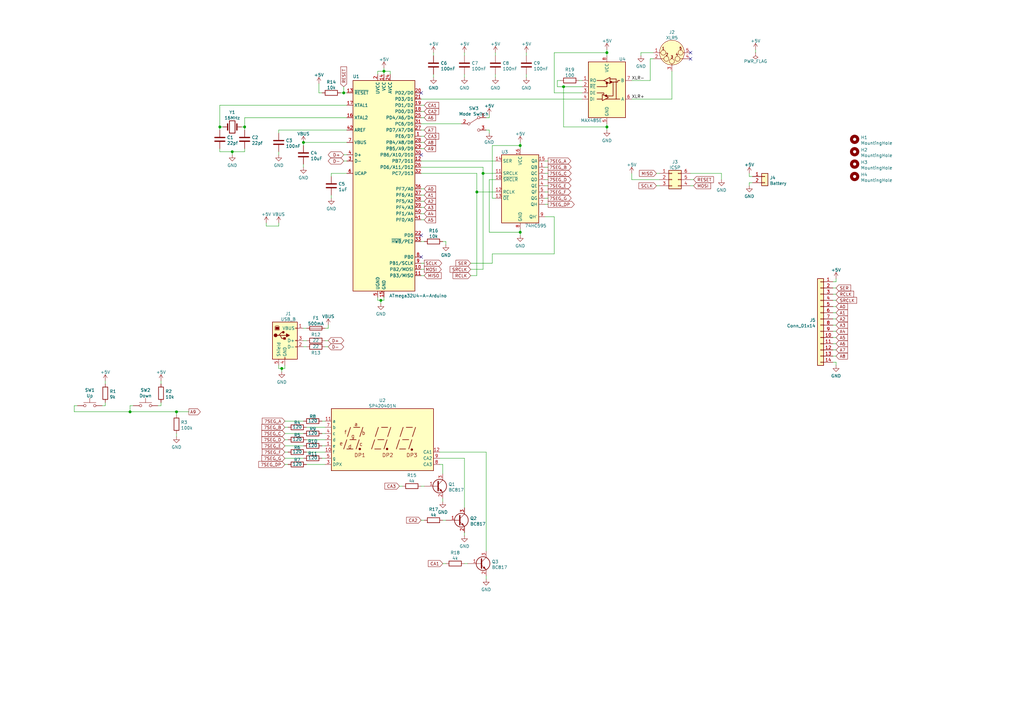
<source format=kicad_sch>
(kicad_sch (version 20210406) (generator eeschema)
  (paper "A3")
  (title_block (title "8 Channel DMX Controller Board 2") (rev "B") (comment 1 "Open source at GitHub: https://github.com/Gabriel-06/dmx-controller/") (comment 2 "Copyright 2021 Gabriel Csizmadia"))
  (junction (at 53.34 168.91) (diameter 1.016))
  (junction (at 72.39 168.91) (diameter 1.016))
  (junction (at 90.17 52.07) (diameter 1.016))
  (junction (at 95.25 62.23) (diameter 1.016))
  (junction (at 100.33 52.07) (diameter 1.016))
  (junction (at 115.57 151.13) (diameter 1.016))
  (junction (at 124.46 58.42) (diameter 1.016))
  (junction (at 140.97 38.1) (diameter 1.016))
  (junction (at 156.21 123.19) (diameter 1.016))
  (junction (at 157.48 29.21) (diameter 1.016))
  (junction (at 195.58 78.74) (diameter 1.016))
  (junction (at 198.12 71.12) (diameter 1.016))
  (junction (at 213.36 59.69) (diameter 1.016))
  (junction (at 213.36 95.25) (diameter 1.016))
  (junction (at 231.14 35.56) (diameter 1.016))
  (junction (at 248.92 21.59) (diameter 1.016))
  (junction (at 248.92 52.07) (diameter 1.016))
  (no_connect (at 172.72 38.1))
  (no_connect (at 172.72 63.5))
  (no_connect (at 172.72 96.52))
  (no_connect (at 172.72 105.41))
  (no_connect (at 283.21 21.59))
  (no_connect (at 283.21 24.13))
  (wire (pts (xy 30.48 166.37) (xy 30.48 168.91)))
  (wire (pts (xy 30.48 166.37) (xy 31.75 166.37)))
  (wire (pts (xy 30.48 168.91) (xy 53.34 168.91)))
  (wire (pts (xy 43.18 156.21) (xy 43.18 157.48)))
  (wire (pts (xy 43.18 165.1) (xy 43.18 166.37)))
  (wire (pts (xy 43.18 166.37) (xy 41.91 166.37)))
  (wire (pts (xy 53.34 166.37) (xy 53.34 168.91)))
  (wire (pts (xy 53.34 166.37) (xy 54.61 166.37)))
  (wire (pts (xy 53.34 168.91) (xy 72.39 168.91)))
  (wire (pts (xy 64.77 166.37) (xy 66.04 166.37)))
  (wire (pts (xy 66.04 156.21) (xy 66.04 157.48)))
  (wire (pts (xy 66.04 166.37) (xy 66.04 165.1)))
  (wire (pts (xy 72.39 168.91) (xy 72.39 170.18)))
  (wire (pts (xy 72.39 168.91) (xy 77.47 168.91)))
  (wire (pts (xy 72.39 177.8) (xy 72.39 179.07)))
  (wire (pts (xy 90.17 43.18) (xy 90.17 52.07)))
  (wire (pts (xy 90.17 43.18) (xy 142.24 43.18)))
  (wire (pts (xy 90.17 52.07) (xy 90.17 53.34)))
  (wire (pts (xy 90.17 60.96) (xy 90.17 62.23)))
  (wire (pts (xy 91.44 52.07) (xy 90.17 52.07)))
  (wire (pts (xy 95.25 62.23) (xy 90.17 62.23)))
  (wire (pts (xy 95.25 62.23) (xy 95.25 63.5)))
  (wire (pts (xy 99.06 52.07) (xy 100.33 52.07)))
  (wire (pts (xy 100.33 48.26) (xy 100.33 52.07)))
  (wire (pts (xy 100.33 48.26) (xy 142.24 48.26)))
  (wire (pts (xy 100.33 53.34) (xy 100.33 52.07)))
  (wire (pts (xy 100.33 60.96) (xy 100.33 62.23)))
  (wire (pts (xy 100.33 62.23) (xy 95.25 62.23)))
  (wire (pts (xy 109.22 91.44) (xy 109.22 92.71)))
  (wire (pts (xy 109.22 92.71) (xy 114.3 92.71)))
  (wire (pts (xy 114.3 53.34) (xy 142.24 53.34)))
  (wire (pts (xy 114.3 54.61) (xy 114.3 53.34)))
  (wire (pts (xy 114.3 62.23) (xy 114.3 63.5)))
  (wire (pts (xy 114.3 92.71) (xy 114.3 91.44)))
  (wire (pts (xy 114.3 149.86) (xy 114.3 151.13)))
  (wire (pts (xy 115.57 151.13) (xy 114.3 151.13)))
  (wire (pts (xy 115.57 151.13) (xy 115.57 152.4)))
  (wire (pts (xy 116.84 149.86) (xy 116.84 151.13)))
  (wire (pts (xy 116.84 151.13) (xy 115.57 151.13)))
  (wire (pts (xy 116.84 172.72) (xy 124.46 172.72)))
  (wire (pts (xy 116.84 175.26) (xy 118.11 175.26)))
  (wire (pts (xy 116.84 177.8) (xy 124.46 177.8)))
  (wire (pts (xy 116.84 180.34) (xy 118.11 180.34)))
  (wire (pts (xy 116.84 182.88) (xy 124.46 182.88)))
  (wire (pts (xy 116.84 185.42) (xy 118.11 185.42)))
  (wire (pts (xy 116.84 187.96) (xy 124.46 187.96)))
  (wire (pts (xy 116.84 190.5) (xy 118.11 190.5)))
  (wire (pts (xy 124.46 58.42) (xy 124.46 59.69)))
  (wire (pts (xy 124.46 67.31) (xy 124.46 68.58)))
  (wire (pts (xy 124.46 134.62) (xy 125.73 134.62)))
  (wire (pts (xy 124.46 139.7) (xy 125.73 139.7)))
  (wire (pts (xy 124.46 142.24) (xy 125.73 142.24)))
  (wire (pts (xy 125.73 175.26) (xy 133.35 175.26)))
  (wire (pts (xy 125.73 180.34) (xy 133.35 180.34)))
  (wire (pts (xy 125.73 185.42) (xy 133.35 185.42)))
  (wire (pts (xy 125.73 190.5) (xy 133.35 190.5)))
  (wire (pts (xy 130.81 38.1) (xy 130.81 34.29)))
  (wire (pts (xy 132.08 38.1) (xy 130.81 38.1)))
  (wire (pts (xy 132.08 172.72) (xy 133.35 172.72)))
  (wire (pts (xy 132.08 177.8) (xy 133.35 177.8)))
  (wire (pts (xy 132.08 182.88) (xy 133.35 182.88)))
  (wire (pts (xy 132.08 187.96) (xy 133.35 187.96)))
  (wire (pts (xy 133.35 134.62) (xy 134.62 134.62)))
  (wire (pts (xy 133.35 139.7) (xy 134.62 139.7)))
  (wire (pts (xy 133.35 142.24) (xy 134.62 142.24)))
  (wire (pts (xy 134.62 133.35) (xy 134.62 134.62)))
  (wire (pts (xy 135.89 71.12) (xy 142.24 71.12)))
  (wire (pts (xy 135.89 72.39) (xy 135.89 71.12)))
  (wire (pts (xy 135.89 80.01) (xy 135.89 81.28)))
  (wire (pts (xy 139.7 38.1) (xy 140.97 38.1)))
  (wire (pts (xy 140.97 35.56) (xy 140.97 38.1)))
  (wire (pts (xy 140.97 38.1) (xy 142.24 38.1)))
  (wire (pts (xy 140.97 63.5) (xy 142.24 63.5)))
  (wire (pts (xy 140.97 66.04) (xy 142.24 66.04)))
  (wire (pts (xy 142.24 58.42) (xy 124.46 58.42)))
  (wire (pts (xy 154.94 29.21) (xy 157.48 29.21)))
  (wire (pts (xy 154.94 30.48) (xy 154.94 29.21)))
  (wire (pts (xy 154.94 121.92) (xy 154.94 123.19)))
  (wire (pts (xy 154.94 123.19) (xy 156.21 123.19)))
  (wire (pts (xy 156.21 123.19) (xy 156.21 124.46)))
  (wire (pts (xy 156.21 123.19) (xy 157.48 123.19)))
  (wire (pts (xy 157.48 27.94) (xy 157.48 29.21)))
  (wire (pts (xy 157.48 29.21) (xy 157.48 30.48)))
  (wire (pts (xy 157.48 121.92) (xy 157.48 123.19)))
  (wire (pts (xy 160.02 29.21) (xy 157.48 29.21)))
  (wire (pts (xy 160.02 30.48) (xy 160.02 29.21)))
  (wire (pts (xy 163.83 199.39) (xy 165.1 199.39)))
  (wire (pts (xy 172.72 40.64) (xy 238.76 40.64)))
  (wire (pts (xy 172.72 43.18) (xy 173.99 43.18)))
  (wire (pts (xy 172.72 45.72) (xy 173.99 45.72)))
  (wire (pts (xy 172.72 48.26) (xy 173.99 48.26)))
  (wire (pts (xy 172.72 50.8) (xy 189.23 50.8)))
  (wire (pts (xy 172.72 53.34) (xy 173.99 53.34)))
  (wire (pts (xy 172.72 55.88) (xy 173.99 55.88)))
  (wire (pts (xy 172.72 58.42) (xy 173.99 58.42)))
  (wire (pts (xy 172.72 60.96) (xy 173.99 60.96)))
  (wire (pts (xy 172.72 66.04) (xy 203.2 66.04)))
  (wire (pts (xy 172.72 68.58) (xy 198.12 68.58)))
  (wire (pts (xy 172.72 71.12) (xy 195.58 71.12)))
  (wire (pts (xy 172.72 77.47) (xy 173.99 77.47)))
  (wire (pts (xy 172.72 80.01) (xy 173.99 80.01)))
  (wire (pts (xy 172.72 82.55) (xy 173.99 82.55)))
  (wire (pts (xy 172.72 85.09) (xy 173.99 85.09)))
  (wire (pts (xy 172.72 87.63) (xy 173.99 87.63)))
  (wire (pts (xy 172.72 90.17) (xy 173.99 90.17)))
  (wire (pts (xy 172.72 99.06) (xy 173.99 99.06)))
  (wire (pts (xy 172.72 107.95) (xy 173.99 107.95)))
  (wire (pts (xy 172.72 110.49) (xy 173.99 110.49)))
  (wire (pts (xy 172.72 113.03) (xy 173.99 113.03)))
  (wire (pts (xy 172.72 199.39) (xy 173.99 199.39)))
  (wire (pts (xy 172.72 213.36) (xy 173.99 213.36)))
  (wire (pts (xy 177.8 21.59) (xy 177.8 22.86)))
  (wire (pts (xy 177.8 30.48) (xy 177.8 31.75)))
  (wire (pts (xy 180.34 185.42) (xy 199.39 185.42)))
  (wire (pts (xy 181.61 190.5) (xy 180.34 190.5)))
  (wire (pts (xy 181.61 194.31) (xy 181.61 190.5)))
  (wire (pts (xy 181.61 204.47) (xy 181.61 205.74)))
  (wire (pts (xy 181.61 213.36) (xy 182.88 213.36)))
  (wire (pts (xy 181.61 231.14) (xy 182.88 231.14)))
  (wire (pts (xy 182.88 99.06) (xy 181.61 99.06)))
  (wire (pts (xy 182.88 100.33) (xy 182.88 99.06)))
  (wire (pts (xy 190.5 21.59) (xy 190.5 22.86)))
  (wire (pts (xy 190.5 30.48) (xy 190.5 31.75)))
  (wire (pts (xy 190.5 187.96) (xy 180.34 187.96)))
  (wire (pts (xy 190.5 187.96) (xy 190.5 208.28)))
  (wire (pts (xy 190.5 218.44) (xy 190.5 219.71)))
  (wire (pts (xy 190.5 231.14) (xy 191.77 231.14)))
  (wire (pts (xy 193.04 107.95) (xy 201.93 107.95)))
  (wire (pts (xy 193.04 110.49) (xy 198.12 110.49)))
  (wire (pts (xy 193.04 113.03) (xy 195.58 113.03)))
  (wire (pts (xy 195.58 71.12) (xy 195.58 78.74)))
  (wire (pts (xy 195.58 78.74) (xy 203.2 78.74)))
  (wire (pts (xy 195.58 113.03) (xy 195.58 78.74)))
  (wire (pts (xy 198.12 68.58) (xy 198.12 71.12)))
  (wire (pts (xy 198.12 71.12) (xy 203.2 71.12)))
  (wire (pts (xy 198.12 110.49) (xy 198.12 71.12)))
  (wire (pts (xy 199.39 48.26) (xy 200.66 48.26)))
  (wire (pts (xy 199.39 53.34) (xy 200.66 53.34)))
  (wire (pts (xy 199.39 185.42) (xy 199.39 226.06)))
  (wire (pts (xy 199.39 236.22) (xy 199.39 237.49)))
  (wire (pts (xy 200.66 46.99) (xy 200.66 48.26)))
  (wire (pts (xy 200.66 53.34) (xy 200.66 54.61)))
  (wire (pts (xy 200.66 73.66) (xy 200.66 95.25)))
  (wire (pts (xy 200.66 73.66) (xy 203.2 73.66)))
  (wire (pts (xy 200.66 95.25) (xy 213.36 95.25)))
  (wire (pts (xy 201.93 59.69) (xy 213.36 59.69)))
  (wire (pts (xy 201.93 81.28) (xy 201.93 59.69)))
  (wire (pts (xy 201.93 104.14) (xy 201.93 107.95)))
  (wire (pts (xy 203.2 21.59) (xy 203.2 22.86)))
  (wire (pts (xy 203.2 30.48) (xy 203.2 31.75)))
  (wire (pts (xy 203.2 81.28) (xy 201.93 81.28)))
  (wire (pts (xy 213.36 58.42) (xy 213.36 59.69)))
  (wire (pts (xy 213.36 59.69) (xy 213.36 60.96)))
  (wire (pts (xy 213.36 93.98) (xy 213.36 95.25)))
  (wire (pts (xy 213.36 95.25) (xy 213.36 96.52)))
  (wire (pts (xy 215.9 21.59) (xy 215.9 22.86)))
  (wire (pts (xy 215.9 30.48) (xy 215.9 31.75)))
  (wire (pts (xy 223.52 66.04) (xy 224.79 66.04)))
  (wire (pts (xy 223.52 68.58) (xy 224.79 68.58)))
  (wire (pts (xy 223.52 71.12) (xy 224.79 71.12)))
  (wire (pts (xy 223.52 73.66) (xy 224.79 73.66)))
  (wire (pts (xy 223.52 76.2) (xy 224.79 76.2)))
  (wire (pts (xy 223.52 78.74) (xy 224.79 78.74)))
  (wire (pts (xy 223.52 81.28) (xy 224.79 81.28)))
  (wire (pts (xy 223.52 83.82) (xy 224.79 83.82)))
  (wire (pts (xy 223.52 88.9) (xy 227.33 88.9)))
  (wire (pts (xy 227.33 38.1) (xy 227.33 21.59)))
  (wire (pts (xy 227.33 88.9) (xy 227.33 104.14)))
  (wire (pts (xy 227.33 104.14) (xy 201.93 104.14)))
  (wire (pts (xy 228.6 33.02) (xy 228.6 35.56)))
  (wire (pts (xy 229.87 33.02) (xy 228.6 33.02)))
  (wire (pts (xy 231.14 35.56) (xy 228.6 35.56)))
  (wire (pts (xy 231.14 35.56) (xy 231.14 52.07)))
  (wire (pts (xy 231.14 52.07) (xy 248.92 52.07)))
  (wire (pts (xy 238.76 33.02) (xy 237.49 33.02)))
  (wire (pts (xy 238.76 35.56) (xy 231.14 35.56)))
  (wire (pts (xy 238.76 38.1) (xy 227.33 38.1)))
  (wire (pts (xy 248.92 20.32) (xy 248.92 21.59)))
  (wire (pts (xy 248.92 21.59) (xy 227.33 21.59)))
  (wire (pts (xy 248.92 21.59) (xy 248.92 22.86)))
  (wire (pts (xy 248.92 50.8) (xy 248.92 52.07)))
  (wire (pts (xy 248.92 52.07) (xy 248.92 53.34)))
  (wire (pts (xy 259.08 73.66) (xy 259.08 71.12)))
  (wire (pts (xy 259.08 73.66) (xy 270.51 73.66)))
  (wire (pts (xy 262.89 21.59) (xy 262.89 22.86)))
  (wire (pts (xy 266.7 24.13) (xy 266.7 33.02)))
  (wire (pts (xy 266.7 24.13) (xy 267.97 24.13)))
  (wire (pts (xy 266.7 33.02) (xy 259.08 33.02)))
  (wire (pts (xy 267.97 21.59) (xy 262.89 21.59)))
  (wire (pts (xy 269.24 71.12) (xy 270.51 71.12)))
  (wire (pts (xy 269.24 76.2) (xy 270.51 76.2)))
  (wire (pts (xy 275.59 29.21) (xy 275.59 40.64)))
  (wire (pts (xy 275.59 40.64) (xy 259.08 40.64)))
  (wire (pts (xy 283.21 71.12) (xy 295.91 71.12)))
  (wire (pts (xy 283.21 73.66) (xy 284.48 73.66)))
  (wire (pts (xy 284.48 76.2) (xy 283.21 76.2)))
  (wire (pts (xy 295.91 73.66) (xy 295.91 71.12)))
  (wire (pts (xy 307.34 72.39) (xy 307.34 71.12)))
  (wire (pts (xy 307.34 74.93) (xy 308.61 74.93)))
  (wire (pts (xy 307.34 76.2) (xy 307.34 74.93)))
  (wire (pts (xy 308.61 72.39) (xy 307.34 72.39)))
  (wire (pts (xy 309.88 20.32) (xy 309.88 21.59)))
  (wire (pts (xy 341.63 125.73) (xy 342.9 125.73)))
  (wire (pts (xy 341.63 128.27) (xy 342.9 128.27)))
  (wire (pts (xy 341.63 130.81) (xy 342.9 130.81)))
  (wire (pts (xy 341.63 133.35) (xy 342.9 133.35)))
  (wire (pts (xy 341.63 135.89) (xy 342.9 135.89)))
  (wire (pts (xy 341.63 138.43) (xy 342.9 138.43)))
  (wire (pts (xy 342.9 114.3) (xy 342.9 115.57)))
  (wire (pts (xy 342.9 115.57) (xy 341.63 115.57)))
  (wire (pts (xy 342.9 118.11) (xy 341.63 118.11)))
  (wire (pts (xy 342.9 120.65) (xy 341.63 120.65)))
  (wire (pts (xy 342.9 123.19) (xy 341.63 123.19)))
  (wire (pts (xy 342.9 140.97) (xy 341.63 140.97)))
  (wire (pts (xy 342.9 143.51) (xy 341.63 143.51)))
  (wire (pts (xy 342.9 146.05) (xy 341.63 146.05)))
  (wire (pts (xy 342.9 148.59) (xy 341.63 148.59)))
  (wire (pts (xy 342.9 149.86) (xy 342.9 148.59)))
  (label "XLR-" (at 259.08 33.02 0))
  (label "XLR+" (at 259.08 40.64 0))
  (global_label "A9" (shape output) (at 77.47 168.91 0) (property "Intersheet References" "${INTERSHEET_REFS}" (effects hide)))
  (global_label "7SEG_A" (shape input) (at 116.84 172.72 180) (property "Intersheet References" "${INTERSHEET_REFS}" (effects hide)))
  (global_label "7SEG_B" (shape input) (at 116.84 175.26 180) (property "Intersheet References" "${INTERSHEET_REFS}" (effects hide)))
  (global_label "7SEG_C" (shape input) (at 116.84 177.8 180) (property "Intersheet References" "${INTERSHEET_REFS}" (effects hide)))
  (global_label "7SEG_D" (shape input) (at 116.84 180.34 180) (property "Intersheet References" "${INTERSHEET_REFS}" (effects hide)))
  (global_label "7SEG_E" (shape input) (at 116.84 182.88 180) (property "Intersheet References" "${INTERSHEET_REFS}" (effects hide)))
  (global_label "7SEG_F" (shape input) (at 116.84 185.42 180) (property "Intersheet References" "${INTERSHEET_REFS}" (effects hide)))
  (global_label "7SEG_G" (shape input) (at 116.84 187.96 180) (property "Intersheet References" "${INTERSHEET_REFS}" (effects hide)))
  (global_label "7SEG_DP" (shape input) (at 116.84 190.5 180) (property "Intersheet References" "${INTERSHEET_REFS}" (effects hide)))
  (global_label "D+" (shape bidirectional) (at 134.62 139.7 0) (property "Intersheet References" "${INTERSHEET_REFS}" (effects hide)))
  (global_label "D-" (shape bidirectional) (at 134.62 142.24 0) (property "Intersheet References" "${INTERSHEET_REFS}" (effects hide)))
  (global_label "RESET" (shape input) (at 140.97 35.56 90) (property "Intersheet References" "${INTERSHEET_REFS}" (effects hide)))
  (global_label "D+" (shape bidirectional) (at 140.97 63.5 180) (property "Intersheet References" "${INTERSHEET_REFS}" (effects hide)))
  (global_label "D-" (shape bidirectional) (at 140.97 66.04 180) (property "Intersheet References" "${INTERSHEET_REFS}" (effects hide)))
  (global_label "CA3" (shape input) (at 163.83 199.39 180) (property "Intersheet References" "${INTERSHEET_REFS}" (effects hide)))
  (global_label "CA2" (shape input) (at 172.72 213.36 180) (property "Intersheet References" "${INTERSHEET_REFS}" (effects hide)))
  (global_label "CA1" (shape input) (at 173.99 43.18 0) (property "Intersheet References" "${INTERSHEET_REFS}" (effects hide)))
  (global_label "CA2" (shape input) (at 173.99 45.72 0) (property "Intersheet References" "${INTERSHEET_REFS}" (effects hide)))
  (global_label "A6" (shape input) (at 173.99 48.26 0) (property "Intersheet References" "${INTERSHEET_REFS}" (effects hide)))
  (global_label "A7" (shape input) (at 173.99 53.34 0) (property "Intersheet References" "${INTERSHEET_REFS}" (effects hide)))
  (global_label "CA3" (shape input) (at 173.99 55.88 0) (property "Intersheet References" "${INTERSHEET_REFS}" (effects hide)))
  (global_label "A8" (shape input) (at 173.99 58.42 0) (property "Intersheet References" "${INTERSHEET_REFS}" (effects hide)))
  (global_label "A9" (shape input) (at 173.99 60.96 0) (property "Intersheet References" "${INTERSHEET_REFS}" (effects hide)))
  (global_label "A0" (shape input) (at 173.99 77.47 0) (property "Intersheet References" "${INTERSHEET_REFS}" (effects hide)))
  (global_label "A1" (shape input) (at 173.99 80.01 0) (property "Intersheet References" "${INTERSHEET_REFS}" (effects hide)))
  (global_label "A2" (shape input) (at 173.99 82.55 0) (property "Intersheet References" "${INTERSHEET_REFS}" (effects hide)))
  (global_label "A3" (shape input) (at 173.99 85.09 0) (property "Intersheet References" "${INTERSHEET_REFS}" (effects hide)))
  (global_label "A4" (shape input) (at 173.99 87.63 0) (property "Intersheet References" "${INTERSHEET_REFS}" (effects hide)))
  (global_label "A5" (shape input) (at 173.99 90.17 0) (property "Intersheet References" "${INTERSHEET_REFS}" (effects hide)))
  (global_label "SCLK" (shape output) (at 173.99 107.95 0) (property "Intersheet References" "${INTERSHEET_REFS}" (effects hide)))
  (global_label "MOSI" (shape output) (at 173.99 110.49 0) (property "Intersheet References" "${INTERSHEET_REFS}" (effects hide)))
  (global_label "MISO" (shape input) (at 173.99 113.03 0) (property "Intersheet References" "${INTERSHEET_REFS}" (effects hide)))
  (global_label "CA1" (shape input) (at 181.61 231.14 180) (property "Intersheet References" "${INTERSHEET_REFS}" (effects hide)))
  (global_label "SER" (shape input) (at 193.04 107.95 180) (property "Intersheet References" "${INTERSHEET_REFS}" (effects hide)))
  (global_label "SRCLK" (shape input) (at 193.04 110.49 180) (property "Intersheet References" "${INTERSHEET_REFS}" (effects hide)))
  (global_label "RCLK" (shape input) (at 193.04 113.03 180) (property "Intersheet References" "${INTERSHEET_REFS}" (effects hide)))
  (global_label "7SEG_A" (shape output) (at 224.79 66.04 0) (property "Intersheet References" "${INTERSHEET_REFS}" (effects hide)))
  (global_label "7SEG_B" (shape output) (at 224.79 68.58 0) (property "Intersheet References" "${INTERSHEET_REFS}" (effects hide)))
  (global_label "7SEG_C" (shape output) (at 224.79 71.12 0) (property "Intersheet References" "${INTERSHEET_REFS}" (effects hide)))
  (global_label "7SEG_D" (shape output) (at 224.79 73.66 0) (property "Intersheet References" "${INTERSHEET_REFS}" (effects hide)))
  (global_label "7SEG_E" (shape output) (at 224.79 76.2 0) (property "Intersheet References" "${INTERSHEET_REFS}" (effects hide)))
  (global_label "7SEG_F" (shape output) (at 224.79 78.74 0) (property "Intersheet References" "${INTERSHEET_REFS}" (effects hide)))
  (global_label "7SEG_G" (shape output) (at 224.79 81.28 0) (property "Intersheet References" "${INTERSHEET_REFS}" (effects hide)))
  (global_label "7SEG_DP" (shape output) (at 224.79 83.82 0) (property "Intersheet References" "${INTERSHEET_REFS}" (effects hide)))
  (global_label "MISO" (shape input) (at 269.24 71.12 180) (property "Intersheet References" "${INTERSHEET_REFS}" (effects hide)))
  (global_label "SCLK" (shape input) (at 269.24 76.2 180) (property "Intersheet References" "${INTERSHEET_REFS}" (effects hide)))
  (global_label "RESET" (shape input) (at 284.48 73.66 0) (property "Intersheet References" "${INTERSHEET_REFS}" (effects hide)))
  (global_label "MOSI" (shape input) (at 284.48 76.2 0) (property "Intersheet References" "${INTERSHEET_REFS}" (effects hide)))
  (global_label "SER" (shape input) (at 342.9 118.11 0) (property "Intersheet References" "${INTERSHEET_REFS}" (effects hide)))
  (global_label "RCLK" (shape input) (at 342.9 120.65 0) (property "Intersheet References" "${INTERSHEET_REFS}" (effects hide)))
  (global_label "SRCLK" (shape input) (at 342.9 123.19 0) (property "Intersheet References" "${INTERSHEET_REFS}" (effects hide)))
  (global_label "A0" (shape input) (at 342.9 125.73 0) (property "Intersheet References" "${INTERSHEET_REFS}" (effects hide)))
  (global_label "A1" (shape input) (at 342.9 128.27 0) (property "Intersheet References" "${INTERSHEET_REFS}" (effects hide)))
  (global_label "A2" (shape input) (at 342.9 130.81 0) (property "Intersheet References" "${INTERSHEET_REFS}" (effects hide)))
  (global_label "A3" (shape input) (at 342.9 133.35 0) (property "Intersheet References" "${INTERSHEET_REFS}" (effects hide)))
  (global_label "A4" (shape input) (at 342.9 135.89 0) (property "Intersheet References" "${INTERSHEET_REFS}" (effects hide)))
  (global_label "A5" (shape input) (at 342.9 138.43 0) (property "Intersheet References" "${INTERSHEET_REFS}" (effects hide)))
  (global_label "A6" (shape input) (at 342.9 140.97 0) (property "Intersheet References" "${INTERSHEET_REFS}" (effects hide)))
  (global_label "A7" (shape input) (at 342.9 143.51 0) (property "Intersheet References" "${INTERSHEET_REFS}" (effects hide)))
  (global_label "A8" (shape input) (at 342.9 146.05 0) (property "Intersheet References" "${INTERSHEET_REFS}" (effects hide)))
  (symbol (lib_id "power:+5V") (at 43.18 156.21 0) (unit 1)
    (property "Reference" "#PWR01" (effects hide))
    (property "Value" "+5V" (at 43.18 152.6626 0))
  )
  (symbol (lib_id "power:+5V") (at 66.04 156.21 0) (unit 1)
    (property "Reference" "#PWR02" (effects hide))
    (property "Value" "+5V" (at 66.04 152.6626 0))
  )
  (symbol (lib_id "power:+5V") (at 109.22 91.44 0) (unit 1)
    (property "Reference" "#PWR0101" (effects hide))
    (property "Value" "+5V" (at 109.22 87.8926 0))
  )
  (symbol (lib_id "power:VBUS") (at 114.3 91.44 0) (unit 1)
    (property "Reference" "#PWR0102" (effects hide))
    (property "Value" "VBUS" (at 114.3 87.8926 0))
  )
  (symbol (lib_id "power:VBUS") (at 124.46 58.42 0) (unit 1)
    (property "Reference" "#PWR07" (effects hide))
    (property "Value" "VBUS" (at 124.46 54.8726 0))
  )
  (symbol (lib_id "power:+5V") (at 130.81 34.29 0) (unit 1)
    (property "Reference" "#PWR09" (effects hide))
    (property "Value" "+5V" (at 130.81 30.7426 0))
  )
  (symbol (lib_id "power:VBUS") (at 134.62 133.35 0) (unit 1)
    (property "Reference" "#PWR010" (effects hide))
    (property "Value" "VBUS" (at 134.62 129.8026 0))
  )
  (symbol (lib_id "power:+5V") (at 157.48 27.94 0) (unit 1)
    (property "Reference" "#PWR013" (effects hide))
    (property "Value" "+5V" (at 157.48 24.3926 0))
  )
  (symbol (lib_id "power:+5V") (at 177.8 21.59 0) (unit 1)
    (property "Reference" "#PWR014" (effects hide))
    (property "Value" "+5V" (at 177.8 18.0426 0))
  )
  (symbol (lib_id "power:+5V") (at 190.5 21.59 0) (unit 1)
    (property "Reference" "#PWR018" (effects hide))
    (property "Value" "+5V" (at 190.5 18.0426 0))
  )
  (symbol (lib_id "power:+5V") (at 200.66 46.99 0) (unit 1)
    (property "Reference" "#PWR022" (effects hide))
    (property "Value" "+5V" (at 200.66 43.4426 0))
  )
  (symbol (lib_id "power:+5V") (at 203.2 21.59 0) (unit 1)
    (property "Reference" "#PWR024" (effects hide))
    (property "Value" "+5V" (at 203.2 18.0426 0))
  )
  (symbol (lib_id "power:+5V") (at 213.36 58.42 0) (unit 1)
    (property "Reference" "#PWR026" (effects hide))
    (property "Value" "+5V" (at 213.36 54.8726 0))
  )
  (symbol (lib_id "power:+5V") (at 215.9 21.59 0) (unit 1)
    (property "Reference" "#PWR028" (effects hide))
    (property "Value" "+5V" (at 215.9 18.0426 0))
  )
  (symbol (lib_id "power:+5V") (at 248.92 20.32 0) (mirror y) (unit 1)
    (property "Reference" "#PWR030" (effects hide))
    (property "Value" "+5V" (at 248.92 16.7726 0))
  )
  (symbol (lib_id "power:+5V") (at 259.08 71.12 0) (unit 1)
    (property "Reference" "#PWR032" (effects hide))
    (property "Value" "+5V" (at 259.08 67.5726 0))
  )
  (symbol (lib_id "power:+5V") (at 307.34 71.12 0) (unit 1)
    (property "Reference" "#PWR035" (effects hide))
    (property "Value" "+5V" (at 307.34 67.5726 0))
  )
  (symbol (lib_id "power:+5V") (at 309.88 20.32 0) (unit 1)
    (property "Reference" "#PWR037" (effects hide))
    (property "Value" "+5V" (at 309.88 16.7726 0))
  )
  (symbol (lib_id "power:+5V") (at 342.9 114.3 0) (mirror y) (unit 1)
    (property "Reference" "#PWR038" (effects hide))
    (property "Value" "+5V" (at 342.9 110.7526 0))
  )
  (symbol (lib_id "power:PWR_FLAG") (at 309.88 21.59 180) (unit 1)
    (property "Reference" "#FLG01" (effects hide))
    (property "Value" "PWR_FLAG" (at 309.88 25.1374 0))
  )
  (symbol (lib_id "power:GND") (at 72.39 179.07 0) (unit 1)
    (property "Reference" "#PWR03" (effects hide))
    (property "Value" "GND" (at 72.39 183.3944 0))
  )
  (symbol (lib_id "power:GND") (at 95.25 63.5 0) (unit 1)
    (property "Reference" "#PWR04" (effects hide))
    (property "Value" "GND" (at 95.25 67.8244 0))
  )
  (symbol (lib_id "power:GND") (at 114.3 63.5 0) (unit 1)
    (property "Reference" "#PWR05" (effects hide))
    (property "Value" "GND" (at 114.3 67.8244 0))
  )
  (symbol (lib_id "power:GND") (at 115.57 152.4 0) (unit 1)
    (property "Reference" "#PWR06" (effects hide))
    (property "Value" "GND" (at 115.57 156.7244 0))
  )
  (symbol (lib_id "power:GND") (at 124.46 68.58 0) (unit 1)
    (property "Reference" "#PWR08" (effects hide))
    (property "Value" "GND" (at 124.46 72.9044 0))
  )
  (symbol (lib_id "power:GND") (at 135.89 81.28 0) (unit 1)
    (property "Reference" "#PWR011" (effects hide))
    (property "Value" "GND" (at 135.89 85.6044 0))
  )
  (symbol (lib_id "power:GND") (at 156.21 124.46 0) (unit 1)
    (property "Reference" "#PWR012" (effects hide))
    (property "Value" "GND" (at 156.21 128.7844 0))
  )
  (symbol (lib_id "power:GND") (at 177.8 31.75 0) (unit 1)
    (property "Reference" "#PWR015" (effects hide))
    (property "Value" "GND" (at 177.8 36.0744 0))
  )
  (symbol (lib_id "power:GND") (at 181.61 205.74 0) (unit 1)
    (property "Reference" "#PWR016" (effects hide))
    (property "Value" "GND" (at 181.61 210.0644 0))
  )
  (symbol (lib_id "power:GND") (at 182.88 100.33 0) (unit 1)
    (property "Reference" "#PWR017" (effects hide))
    (property "Value" "GND" (at 182.88 104.6544 0))
  )
  (symbol (lib_id "power:GND") (at 190.5 31.75 0) (unit 1)
    (property "Reference" "#PWR019" (effects hide))
    (property "Value" "GND" (at 190.5 36.0744 0))
  )
  (symbol (lib_id "power:GND") (at 190.5 219.71 0) (unit 1)
    (property "Reference" "#PWR020" (effects hide))
    (property "Value" "GND" (at 190.5 224.0344 0))
  )
  (symbol (lib_id "power:GND") (at 199.39 237.49 0) (unit 1)
    (property "Reference" "#PWR021" (effects hide))
    (property "Value" "GND" (at 199.39 241.8144 0))
  )
  (symbol (lib_id "power:GND") (at 200.66 54.61 0) (unit 1)
    (property "Reference" "#PWR023" (effects hide))
    (property "Value" "GND" (at 200.6176 58.3125 0))
  )
  (symbol (lib_id "power:GND") (at 203.2 31.75 0) (unit 1)
    (property "Reference" "#PWR025" (effects hide))
    (property "Value" "GND" (at 203.2 36.0744 0))
  )
  (symbol (lib_id "power:GND") (at 213.36 96.52 0) (unit 1)
    (property "Reference" "#PWR027" (effects hide))
    (property "Value" "GND" (at 213.36 100.8444 0))
  )
  (symbol (lib_id "power:GND") (at 215.9 31.75 0) (unit 1)
    (property "Reference" "#PWR029" (effects hide))
    (property "Value" "GND" (at 215.9 36.0744 0))
  )
  (symbol (lib_id "power:GND") (at 248.92 53.34 0) (mirror y) (unit 1)
    (property "Reference" "#PWR031" (effects hide))
    (property "Value" "GND" (at 248.92 57.6644 0))
  )
  (symbol (lib_id "power:GND") (at 262.89 22.86 0) (mirror y) (unit 1)
    (property "Reference" "#PWR033" (effects hide))
    (property "Value" "GND" (at 262.89 27.1844 0))
  )
  (symbol (lib_id "power:GND") (at 295.91 73.66 0) (unit 1)
    (property "Reference" "#PWR034" (effects hide))
    (property "Value" "GND" (at 295.91 77.9844 0))
  )
  (symbol (lib_id "power:GND") (at 307.34 76.2 0) (unit 1)
    (property "Reference" "#PWR036" (effects hide))
    (property "Value" "GND" (at 307.34 80.5244 0))
  )
  (symbol (lib_id "power:GND") (at 342.9 149.86 0) (mirror y) (unit 1)
    (property "Reference" "#PWR039" (effects hide))
    (property "Value" "GND" (at 342.9 154.1844 0))
  )
  (symbol (lib_id "Mechanical:MountingHole") (at 350.52 57.15 0) (unit 1)
    (property "Reference" "H1" (at 353.0601 56.3891 0) (effects (justify left)))
    (property "Value" "MountingHole" (at 353.0601 58.6878 0) (effects (justify left)))
    (property "Footprint" "MountingHole:MountingHole_3.2mm_M3" (effects hide))
  )
  (symbol (lib_id "Mechanical:MountingHole") (at 350.52 62.23 0) (unit 1)
    (property "Reference" "H2" (at 353.0601 61.4691 0) (effects (justify left)))
    (property "Value" "MountingHole" (at 353.0601 63.7678 0) (effects (justify left)))
    (property "Footprint" "MountingHole:MountingHole_3.2mm_M3" (effects hide))
  )
  (symbol (lib_id "Mechanical:MountingHole") (at 350.52 67.31 0) (unit 1)
    (property "Reference" "H3" (at 353.0601 66.5491 0) (effects (justify left)))
    (property "Value" "MountingHole" (at 353.0601 68.8478 0) (effects (justify left)))
    (property "Footprint" "MountingHole:MountingHole_3.2mm_M3" (effects hide))
  )
  (symbol (lib_id "Mechanical:MountingHole") (at 350.52 72.39 0) (unit 1)
    (property "Reference" "H4" (at 353.0601 71.6291 0) (effects (justify left)))
    (property "Value" "MountingHole" (at 353.0601 73.9278 0) (effects (justify left)))
    (property "Footprint" "MountingHole:MountingHole_3.2mm_M3" (effects hide))
  )
  (symbol (lib_id "Device:Fuse") (at 129.54 134.62 90) (unit 1)
    (property "Reference" "F1" (at 129.54 130.4248 90))
    (property "Value" "500mA" (at 129.54 132.7235 90))
    (property "Footprint" "Fuse:Fuse_1206_3216Metric_Pad1.42x1.75mm_HandSolder" (effects hide))
  )
  (symbol (lib_id "Device:R") (at 43.18 161.29 0) (unit 1)
    (property "Reference" "R1" (at 44.9581 160.5291 0) (effects (justify left)))
    (property "Value" "9k" (at 44.9581 162.8278 0) (effects (justify left)))
    (property "Footprint" "Resistor_SMD:R_0805_2012Metric_Pad1.20x1.40mm_HandSolder" (effects hide))
  )
  (symbol (lib_id "Device:R") (at 66.04 161.29 0) (unit 1)
    (property "Reference" "R2" (at 67.8181 160.5291 0) (effects (justify left)))
    (property "Value" "10k" (at 67.8181 162.8278 0) (effects (justify left)))
    (property "Footprint" "Resistor_SMD:R_0805_2012Metric_Pad1.20x1.40mm_HandSolder" (effects hide))
  )
  (symbol (lib_id "Device:R") (at 72.39 173.99 0) (unit 1)
    (property "Reference" "R3" (at 74.1681 173.2291 0) (effects (justify left)))
    (property "Value" "100k" (at 74.1681 175.5278 0) (effects (justify left)))
    (property "Footprint" "Resistor_SMD:R_0805_2012Metric_Pad1.20x1.40mm_HandSolder" (effects hide))
  )
  (symbol (lib_id "Device:R") (at 121.92 175.26 90) (unit 1)
    (property "Reference" "R4" (at 121.92 173.3508 90))
    (property "Value" "120" (at 121.92 174.3795 90) (effects (justify bottom)))
    (property "Footprint" "Resistor_SMD:R_0805_2012Metric_Pad1.20x1.40mm_HandSolder" (effects hide))
  )
  (symbol (lib_id "Device:R") (at 121.92 180.34 90) (unit 1)
    (property "Reference" "R5" (at 121.92 178.4308 90))
    (property "Value" "120" (at 121.92 179.4595 90) (effects (justify bottom)))
    (property "Footprint" "Resistor_SMD:R_0805_2012Metric_Pad1.20x1.40mm_HandSolder" (effects hide))
  )
  (symbol (lib_id "Device:R") (at 121.92 185.42 90) (unit 1)
    (property "Reference" "R6" (at 121.92 183.5108 90))
    (property "Value" "120" (at 121.92 184.5395 90) (effects (justify bottom)))
    (property "Footprint" "Resistor_SMD:R_0805_2012Metric_Pad1.20x1.40mm_HandSolder" (effects hide))
  )
  (symbol (lib_id "Device:R") (at 121.92 190.5 90) (unit 1)
    (property "Reference" "R7" (at 121.92 188.5908 90))
    (property "Value" "120" (at 121.92 189.6195 90) (effects (justify bottom)))
    (property "Footprint" "Resistor_SMD:R_0805_2012Metric_Pad1.20x1.40mm_HandSolder" (effects hide))
  )
  (symbol (lib_id "Device:R") (at 128.27 172.72 90) (unit 1)
    (property "Reference" "R8" (at 128.27 170.8108 90))
    (property "Value" "120" (at 128.27 171.8395 90) (effects (justify bottom)))
    (property "Footprint" "Resistor_SMD:R_0805_2012Metric_Pad1.20x1.40mm_HandSolder" (effects hide))
  )
  (symbol (lib_id "Device:R") (at 128.27 177.8 90) (unit 1)
    (property "Reference" "R9" (at 128.27 175.8908 90))
    (property "Value" "120" (at 128.27 176.9195 90) (effects (justify bottom)))
    (property "Footprint" "Resistor_SMD:R_0805_2012Metric_Pad1.20x1.40mm_HandSolder" (effects hide))
  )
  (symbol (lib_id "Device:R") (at 128.27 182.88 90) (unit 1)
    (property "Reference" "R10" (at 128.27 180.9708 90))
    (property "Value" "120" (at 128.27 181.9995 90) (effects (justify bottom)))
    (property "Footprint" "Resistor_SMD:R_0805_2012Metric_Pad1.20x1.40mm_HandSolder" (effects hide))
  )
  (symbol (lib_id "Device:R") (at 128.27 187.96 90) (unit 1)
    (property "Reference" "R11" (at 128.27 186.0508 90))
    (property "Value" "120" (at 128.27 187.0795 90) (effects (justify bottom)))
    (property "Footprint" "Resistor_SMD:R_0805_2012Metric_Pad1.20x1.40mm_HandSolder" (effects hide))
  )
  (symbol (lib_id "Device:R") (at 129.54 139.7 90) (unit 1)
    (property "Reference" "R12" (at 129.54 136.5208 90) (effects (justify bottom)))
    (property "Value" "22" (at 129.54 138.8195 90) (effects (justify bottom)))
    (property "Footprint" "Resistor_SMD:R_0805_2012Metric_Pad1.20x1.40mm_HandSolder" (effects hide))
  )
  (symbol (lib_id "Device:R") (at 129.54 142.24 270) (mirror x) (unit 1)
    (property "Reference" "R13" (at 129.54 145.4108 90) (effects (justify top)))
    (property "Value" "22" (at 129.54 141.3595 90) (effects (justify bottom)))
    (property "Footprint" "Resistor_SMD:R_0805_2012Metric_Pad1.20x1.40mm_HandSolder" (effects hide))
  )
  (symbol (lib_id "Device:R") (at 135.89 38.1 90) (unit 1)
    (property "Reference" "R14" (at 135.89 33.6508 90))
    (property "Value" "10k" (at 135.89 35.9495 90))
    (property "Footprint" "Resistor_SMD:R_0805_2012Metric_Pad1.20x1.40mm_HandSolder" (effects hide))
  )
  (symbol (lib_id "Device:R") (at 168.91 199.39 90) (unit 1)
    (property "Reference" "R15" (at 168.91 194.9408 90))
    (property "Value" "4k" (at 168.91 197.2395 90))
    (property "Footprint" "Resistor_SMD:R_0805_2012Metric_Pad1.20x1.40mm_HandSolder" (effects hide))
  )
  (symbol (lib_id "Device:R") (at 177.8 99.06 90) (unit 1)
    (property "Reference" "R16" (at 177.8 94.6108 90))
    (property "Value" "10k" (at 177.8 96.9095 90))
    (property "Footprint" "Resistor_SMD:R_0805_2012Metric_Pad1.20x1.40mm_HandSolder" (effects hide))
  )
  (symbol (lib_id "Device:R") (at 177.8 213.36 90) (unit 1)
    (property "Reference" "R17" (at 177.8 208.9108 90))
    (property "Value" "4k" (at 177.8 211.2095 90))
    (property "Footprint" "Resistor_SMD:R_0805_2012Metric_Pad1.20x1.40mm_HandSolder" (effects hide))
  )
  (symbol (lib_id "Device:R") (at 186.69 231.14 90) (unit 1)
    (property "Reference" "R18" (at 186.69 226.6908 90))
    (property "Value" "4k" (at 186.69 228.9895 90))
    (property "Footprint" "Resistor_SMD:R_0805_2012Metric_Pad1.20x1.40mm_HandSolder" (effects hide))
  )
  (symbol (lib_id "Device:R") (at 233.68 33.02 270) (mirror x) (unit 1)
    (property "Reference" "R19" (at 233.68 28.5708 90))
    (property "Value" "100" (at 233.68 30.8695 90))
    (property "Footprint" "Resistor_SMD:R_0805_2012Metric_Pad1.20x1.40mm_HandSolder" (effects hide))
  )
  (symbol (lib_id "Connector_Generic:Conn_01x02") (at 313.69 72.39 0) (unit 1)
    (property "Reference" "J4" (at 315.7221 72.8991 0) (effects (justify left)))
    (property "Value" "Battery" (at 315.7221 75.1978 0) (effects (justify left)))
    (property "Footprint" "Connector_PinSocket_2.54mm:PinSocket_1x02_P2.54mm_Vertical" (effects hide))
  )
  (symbol (lib_id "Device:C") (at 90.17 57.15 0) (unit 1)
    (property "Reference" "C1" (at 93.0911 56.3891 0) (effects (justify left)))
    (property "Value" "22pf" (at 93.0911 58.6878 0) (effects (justify left)))
    (property "Footprint" "Capacitor_SMD:C_0805_2012Metric_Pad1.18x1.45mm_HandSolder" (effects hide))
  )
  (symbol (lib_id "Device:C") (at 100.33 57.15 0) (unit 1)
    (property "Reference" "C2" (at 103.2511 56.3891 0) (effects (justify left)))
    (property "Value" "22pf" (at 103.2511 58.6878 0) (effects (justify left)))
    (property "Footprint" "Capacitor_SMD:C_0805_2012Metric_Pad1.18x1.45mm_HandSolder" (effects hide))
  )
  (symbol (lib_id "Device:C") (at 114.3 58.42 0) (unit 1)
    (property "Reference" "C3" (at 117.2211 57.6591 0) (effects (justify left)))
    (property "Value" "100nF" (at 117.2211 59.9578 0) (effects (justify left)))
    (property "Footprint" "Capacitor_SMD:C_0805_2012Metric_Pad1.18x1.45mm_HandSolder" (effects hide))
  )
  (symbol (lib_id "Device:C") (at 124.46 63.5 0) (unit 1)
    (property "Reference" "C4" (at 127.3811 62.7391 0) (effects (justify left)))
    (property "Value" "10uF" (at 127.3811 65.0378 0) (effects (justify left)))
    (property "Footprint" "Capacitor_SMD:C_0805_2012Metric_Pad1.18x1.45mm_HandSolder" (effects hide))
  )
  (symbol (lib_id "Device:C") (at 135.89 76.2 0) (unit 1)
    (property "Reference" "C5" (at 138.8111 75.4391 0) (effects (justify left)))
    (property "Value" "1uF" (at 138.8111 77.7378 0) (effects (justify left)))
    (property "Footprint" "Capacitor_SMD:C_0805_2012Metric_Pad1.18x1.45mm_HandSolder" (effects hide))
  )
  (symbol (lib_id "Device:C") (at 177.8 26.67 0) (unit 1)
    (property "Reference" "C6" (at 180.7211 25.9091 0) (effects (justify left)))
    (property "Value" "100nF" (at 180.7211 28.2078 0) (effects (justify left)))
    (property "Footprint" "Capacitor_SMD:C_0805_2012Metric_Pad1.18x1.45mm_HandSolder" (effects hide))
  )
  (symbol (lib_id "Device:C") (at 190.5 26.67 0) (unit 1)
    (property "Reference" "C7" (at 193.4211 25.9091 0) (effects (justify left)))
    (property "Value" "100nF" (at 193.4211 28.2078 0) (effects (justify left)))
    (property "Footprint" "Capacitor_SMD:C_0805_2012Metric_Pad1.18x1.45mm_HandSolder" (effects hide))
  )
  (symbol (lib_id "Device:C") (at 203.2 26.67 0) (unit 1)
    (property "Reference" "C8" (at 206.1211 25.9091 0) (effects (justify left)))
    (property "Value" "100nF" (at 206.1211 28.2078 0) (effects (justify left)))
    (property "Footprint" "Capacitor_SMD:C_0805_2012Metric_Pad1.18x1.45mm_HandSolder" (effects hide))
  )
  (symbol (lib_id "Device:C") (at 215.9 26.67 0) (unit 1)
    (property "Reference" "C9" (at 218.8211 25.9091 0) (effects (justify left)))
    (property "Value" "100nF" (at 218.8211 28.2078 0) (effects (justify left)))
    (property "Footprint" "Capacitor_SMD:C_0805_2012Metric_Pad1.18x1.45mm_HandSolder" (effects hide))
  )
  (symbol (lib_id "Switch:SW_Push") (at 36.83 166.37 0) (unit 1)
    (property "Reference" "SW1" (at 36.83 160.0158 0))
    (property "Value" "Up" (at 36.83 162.3145 0))
    (property "Footprint" "Button_Switch_THT:SW_PUSH_6mm_H13mm" (effects hide))
  )
  (symbol (lib_id "Switch:SW_Push") (at 59.69 166.37 0) (unit 1)
    (property "Reference" "SW2" (at 59.69 160.0158 0))
    (property "Value" "Down" (at 59.69 162.3145 0))
    (property "Footprint" "Button_Switch_THT:SW_PUSH_6mm_H13mm" (effects hide))
  )
  (symbol (lib_id "Device:Crystal") (at 95.25 52.07 0) (unit 1)
    (property "Reference" "Y1" (at 95.25 46.0714 0))
    (property "Value" "16MHz" (at 95.25 48.3701 0))
    (property "Footprint" "Crystal:Crystal_HC49-4H_Vertical" (effects hide))
  )
  (symbol (lib_id "Switch:SW_SPDT") (at 194.31 50.8 0) (unit 1)
    (property "Reference" "SW3" (at 194.31 44.4458 0))
    (property "Value" "Mode Switch" (at 194.31 46.7445 0))
    (property "Footprint" "Connector_PinHeader_2.54mm:PinHeader_1x03_P2.54mm_Vertical" (effects hide))
  )
  (symbol (lib_id "Transistor_BJT:BC817") (at 179.07 199.39 0) (unit 1)
    (property "Reference" "Q1" (at 183.9215 198.6291 0) (effects (justify left)))
    (property "Value" "BC817" (at 183.9215 200.9278 0) (effects (justify left)))
    (property "Footprint" "Package_TO_SOT_SMD:SOT-23" (effects hide))
    (property "Datasheet" "https://www.onsemi.com/pub/Collateral/BC818-D.pdf" (effects hide))
  )
  (symbol (lib_id "Transistor_BJT:BC817") (at 187.96 213.36 0) (unit 1)
    (property "Reference" "Q2" (at 192.8115 212.5991 0) (effects (justify left)))
    (property "Value" "BC817" (at 192.8115 214.8978 0) (effects (justify left)))
    (property "Footprint" "Package_TO_SOT_SMD:SOT-23" (effects hide))
    (property "Datasheet" "https://www.onsemi.com/pub/Collateral/BC818-D.pdf" (effects hide))
  )
  (symbol (lib_id "Transistor_BJT:BC817") (at 196.85 231.14 0) (unit 1)
    (property "Reference" "Q3" (at 201.7015 230.3791 0) (effects (justify left)))
    (property "Value" "BC817" (at 201.7015 232.6778 0) (effects (justify left)))
    (property "Footprint" "Package_TO_SOT_SMD:SOT-23" (effects hide))
    (property "Datasheet" "https://www.onsemi.com/pub/Collateral/BC818-D.pdf" (effects hide))
  )
  (symbol (lib_id "Connector_Generic:Conn_02x03_Counter_Clockwise") (at 275.59 73.66 0) (unit 1)
    (property "Reference" "J3" (at 276.86 66.4168 0))
    (property "Value" "ICSP" (at 276.86 68.7155 0))
    (property "Footprint" "Connector_PinSocket_2.54mm:PinSocket_2x03_P2.54mm_Vertical" (effects hide))
  )
  (symbol (lib_id "Connector:XLR5") (at 275.59 21.59 0) (unit 1)
    (property "Reference" "J2" (at 275.59 13.2038 0))
    (property "Value" "XLR5" (at 275.59 15.5025 0))
    (property "Footprint" "Connector_PinHeader_2.54mm:PinHeader_1x03_P2.54mm_Vertical" (effects hide))
    (property "Datasheet" " ~" (effects hide))
  )
  (symbol (lib_id "Connector:USB_B") (at 116.84 139.7 0) (unit 1)
    (property "Reference" "J1" (at 118.237 128.6468 0))
    (property "Value" "USB_B" (at 118.237 130.9455 0))
    (property "Footprint" "Connector_USB:USB_B_USB-B02" (effects hide))
    (property "Datasheet" " ~" (effects hide))
  )
  (symbol (lib_id "Connector_Generic:Conn_01x14") (at 336.55 130.81 0) (mirror y) (unit 1)
    (property "Reference" "J5" (at 334.5179 131.3191 0) (effects (justify left)))
    (property "Value" "Conn_01x14" (at 334.5179 133.6178 0) (effects (justify left)))
    (property "Footprint" "Connector_PinSocket_2.54mm:PinSocket_1x14_P2.54mm_Vertical" (effects hide))
  )
  (symbol (lib_id "Interface_UART:MAX485E") (at 248.92 35.56 0) (unit 1)
    (property "Reference" "U4" (at 255.27 24.2528 0))
    (property "Value" "MAX485E" (at 242.57 49.4115 0))
    (property "Footprint" "Package_SO:SOP-8_3.9x4.9mm_P1.27mm" (effects hide))
    (property "Datasheet" "https://datasheets.maximintegrated.com/en/ds/MAX1487E-MAX491E.pdf" (effects hide))
  )
  (symbol (lib_id "74xx:74HC595") (at 213.36 76.2 0) (unit 1)
    (property "Reference" "U3" (at 207.01 62.3528 0))
    (property "Value" "74HC595" (at 219.71 92.5915 0))
    (property "Footprint" "Package_SO:SOP-16_3.9x9.9mm_P1.27mm" (effects hide))
    (property "Datasheet" "http://www.ti.com/lit/ds/symlink/sn74hc595.pdf" (effects hide))
  )
  (symbol (lib_id "Display_Character:SP420401N") (at 161.29 180.34 0) (unit 1)
    (property "Reference" "U2" (at 156.845 164.2068 0))
    (property "Value" "SP420401N" (at 156.845 166.5055 0))
    (property "Footprint" "Display_7Segment:SP420401N" (effects hide))
  )
  (symbol (lib_id "MCU_Microchip_ATmega:ATmega32U4-A-Arduino") (at 157.48 76.2 0) (unit 1)
    (property "Reference" "U1" (at 146.05 31.3754 0))
    (property "Value" "ATmega32U4-A-Arduino" (at 171.45 121.3041 0))
    (property "Footprint" "Package_QFP:TQFP-44_10x10mm_P0.8mm" (effects hide))
    (property "Datasheet" "http://ww1.microchip.com/downloads/en/DeviceDoc/Atmel-7766-8-bit-AVR-ATmega16U4-32U4_Datasheet.pdf" (effects hide))
  )
)
</source>
